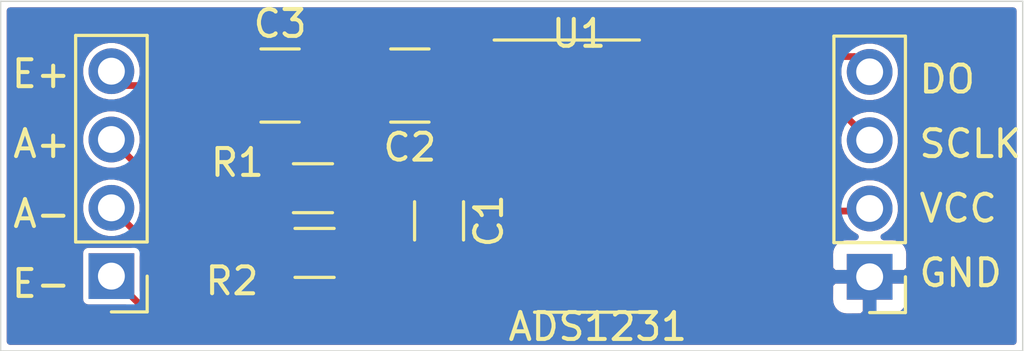
<source format=kicad_pcb>
(kicad_pcb (version 20171130) (host pcbnew "(5.1.9)-1")

  (general
    (thickness 1.6)
    (drawings 12)
    (tracks 59)
    (zones 0)
    (modules 8)
    (nets 13)
  )

  (page A4)
  (layers
    (0 F.Cu signal)
    (31 B.Cu signal)
    (32 B.Adhes user)
    (33 F.Adhes user)
    (34 B.Paste user)
    (35 F.Paste user)
    (36 B.SilkS user)
    (37 F.SilkS user)
    (38 B.Mask user)
    (39 F.Mask user hide)
    (40 Dwgs.User user)
    (41 Cmts.User user hide)
    (42 Eco1.User user hide)
    (43 Eco2.User user hide)
    (44 Edge.Cuts user)
    (45 Margin user)
    (46 B.CrtYd user)
    (47 F.CrtYd user)
    (48 B.Fab user)
    (49 F.Fab user)
  )

  (setup
    (last_trace_width 0.25)
    (trace_clearance 0.2)
    (zone_clearance 0.2)
    (zone_45_only no)
    (trace_min 0.2)
    (via_size 0.8)
    (via_drill 0.4)
    (via_min_size 0.4)
    (via_min_drill 0.3)
    (uvia_size 0.3)
    (uvia_drill 0.1)
    (uvias_allowed no)
    (uvia_min_size 0.2)
    (uvia_min_drill 0.1)
    (edge_width 0.05)
    (segment_width 0.2)
    (pcb_text_width 0.3)
    (pcb_text_size 1.5 1.5)
    (mod_edge_width 0.12)
    (mod_text_size 1 1)
    (mod_text_width 0.15)
    (pad_size 1.524 1.524)
    (pad_drill 0.762)
    (pad_to_mask_clearance 0)
    (aux_axis_origin 0 0)
    (visible_elements 7FFFFFFF)
    (pcbplotparams
      (layerselection 0x21000_ffffffff)
      (usegerberextensions false)
      (usegerberattributes true)
      (usegerberadvancedattributes true)
      (creategerberjobfile true)
      (excludeedgelayer true)
      (linewidth 0.100000)
      (plotframeref false)
      (viasonmask false)
      (mode 1)
      (useauxorigin false)
      (hpglpennumber 1)
      (hpglpenspeed 20)
      (hpglpendiameter 15.000000)
      (psnegative false)
      (psa4output false)
      (plotreference true)
      (plotvalue true)
      (plotinvisibletext false)
      (padsonsilk false)
      (subtractmaskfromsilk false)
      (outputformat 1)
      (mirror false)
      (drillshape 0)
      (scaleselection 1)
      (outputdirectory "fabric/"))
  )

  (net 0 "")
  (net 1 "Net-(C1-Pad2)")
  (net 2 "Net-(C1-Pad1)")
  (net 3 "Net-(C2-Pad1)")
  (net 4 "Net-(C2-Pad2)")
  (net 5 /E+)
  (net 6 GND)
  (net 7 /CLK)
  (net 8 /DO)
  (net 9 /E-)
  (net 10 /A+)
  (net 11 /A-)
  (net 12 "Net-(U1-Pad3)")

  (net_class Default "This is the default net class."
    (clearance 0.2)
    (trace_width 0.25)
    (via_dia 0.8)
    (via_drill 0.4)
    (uvia_dia 0.3)
    (uvia_drill 0.1)
    (add_net /A+)
    (add_net /A-)
    (add_net /CLK)
    (add_net /DO)
    (add_net /E+)
    (add_net /E-)
    (add_net "Net-(C1-Pad1)")
    (add_net "Net-(C1-Pad2)")
    (add_net "Net-(C2-Pad1)")
    (add_net "Net-(C2-Pad2)")
    (add_net "Net-(U1-Pad3)")
  )

  (net_class Alimentation ""
    (clearance 0.2)
    (trace_width 0.25)
    (via_dia 0.8)
    (via_drill 0.4)
    (uvia_dia 0.3)
    (uvia_drill 0.1)
    (add_net GND)
  )

  (module Connector_PinHeader_2.54mm:PinHeader_1x04_P2.54mm_Vertical (layer F.Cu) (tedit 59FED5CC) (tstamp 601DB20C)
    (at 47.117 98.219 180)
    (descr "Through hole straight pin header, 1x04, 2.54mm pitch, single row")
    (tags "Through hole pin header THT 1x04 2.54mm single row")
    (path /601CA642)
    (fp_text reference P1 (at -2.081 0.283) (layer F.SilkS) hide
      (effects (font (size 1 1) (thickness 0.15)))
    )
    (fp_text value " " (at 4.05 4.35) (layer F.SilkS) hide
      (effects (font (size 1 1) (thickness 0.15)))
    )
    (fp_line (start 1.8 -1.8) (end -1.8 -1.8) (layer F.CrtYd) (width 0.05))
    (fp_line (start 1.8 9.4) (end 1.8 -1.8) (layer F.CrtYd) (width 0.05))
    (fp_line (start -1.8 9.4) (end 1.8 9.4) (layer F.CrtYd) (width 0.05))
    (fp_line (start -1.8 -1.8) (end -1.8 9.4) (layer F.CrtYd) (width 0.05))
    (fp_line (start -1.33 -1.33) (end 0 -1.33) (layer F.SilkS) (width 0.12))
    (fp_line (start -1.33 0) (end -1.33 -1.33) (layer F.SilkS) (width 0.12))
    (fp_line (start -1.33 1.27) (end 1.33 1.27) (layer F.SilkS) (width 0.12))
    (fp_line (start 1.33 1.27) (end 1.33 8.95) (layer F.SilkS) (width 0.12))
    (fp_line (start -1.33 1.27) (end -1.33 8.95) (layer F.SilkS) (width 0.12))
    (fp_line (start -1.33 8.95) (end 1.33 8.95) (layer F.SilkS) (width 0.12))
    (fp_line (start -1.27 -0.635) (end -0.635 -1.27) (layer F.Fab) (width 0.1))
    (fp_line (start -1.27 8.89) (end -1.27 -0.635) (layer F.Fab) (width 0.1))
    (fp_line (start 1.27 8.89) (end -1.27 8.89) (layer F.Fab) (width 0.1))
    (fp_line (start 1.27 -1.27) (end 1.27 8.89) (layer F.Fab) (width 0.1))
    (fp_line (start -0.635 -1.27) (end 1.27 -1.27) (layer F.Fab) (width 0.1))
    (fp_text user %R (at -2.483 3.719) (layer F.Fab) hide
      (effects (font (size 1 1) (thickness 0.15)))
    )
    (pad 4 thru_hole oval (at 0 7.62 180) (size 1.7 1.7) (drill 1) (layers *.Cu *.Mask)
      (net 5 /E+))
    (pad 3 thru_hole oval (at 0 5.08 180) (size 1.7 1.7) (drill 1) (layers *.Cu *.Mask)
      (net 10 /A+))
    (pad 2 thru_hole oval (at 0 2.54 180) (size 1.7 1.7) (drill 1) (layers *.Cu *.Mask)
      (net 11 /A-))
    (pad 1 thru_hole rect (at 0 0 180) (size 1.7 1.7) (drill 1) (layers *.Cu *.Mask)
      (net 9 /E-))
    (model ${KISYS3DMOD}/Connector_PinHeader_2.54mm.3dshapes/PinHeader_1x04_P2.54mm_Vertical.wrl
      (at (xyz 0 0 0))
      (scale (xyz 1 1 1))
      (rotate (xyz 0 0 0))
    )
  )

  (module Connector_PinHeader_2.54mm:PinHeader_1x04_P2.54mm_Vertical locked (layer F.Cu) (tedit 59FED5CC) (tstamp 601C67D1)
    (at 75.311 98.244 180)
    (descr "Through hole straight pin header, 1x04, 2.54mm pitch, single row")
    (tags "Through hole pin header THT 1x04 2.54mm single row")
    (path /601C0F0B)
    (fp_text reference J1 (at 2.811 0.044) (layer F.Fab)
      (effects (font (size 1 1) (thickness 0.15)))
    )
    (fp_text value " " (at 4.05 4.35) (layer F.SilkS) hide
      (effects (font (size 1 1) (thickness 0.15)))
    )
    (fp_line (start 1.8 -1.8) (end -1.8 -1.8) (layer F.CrtYd) (width 0.05))
    (fp_line (start 1.8 9.4) (end 1.8 -1.8) (layer F.CrtYd) (width 0.05))
    (fp_line (start -1.8 9.4) (end 1.8 9.4) (layer F.CrtYd) (width 0.05))
    (fp_line (start -1.8 -1.8) (end -1.8 9.4) (layer F.CrtYd) (width 0.05))
    (fp_line (start -1.33 -1.33) (end 0 -1.33) (layer F.SilkS) (width 0.12))
    (fp_line (start -1.33 0) (end -1.33 -1.33) (layer F.SilkS) (width 0.12))
    (fp_line (start -1.33 1.27) (end 1.33 1.27) (layer F.SilkS) (width 0.12))
    (fp_line (start 1.33 1.27) (end 1.33 8.95) (layer F.SilkS) (width 0.12))
    (fp_line (start -1.33 1.27) (end -1.33 8.95) (layer F.SilkS) (width 0.12))
    (fp_line (start -1.33 8.95) (end 1.33 8.95) (layer F.SilkS) (width 0.12))
    (fp_line (start -1.27 -0.635) (end -0.635 -1.27) (layer F.Fab) (width 0.1))
    (fp_line (start -1.27 8.89) (end -1.27 -0.635) (layer F.Fab) (width 0.1))
    (fp_line (start 1.27 8.89) (end -1.27 8.89) (layer F.Fab) (width 0.1))
    (fp_line (start 1.27 -1.27) (end 1.27 8.89) (layer F.Fab) (width 0.1))
    (fp_line (start -0.635 -1.27) (end 1.27 -1.27) (layer F.Fab) (width 0.1))
    (fp_text user %R (at 2.211 8.444) (layer F.Fab)
      (effects (font (size 1 1) (thickness 0.15)))
    )
    (pad 4 thru_hole oval (at 0 7.62 180) (size 1.7 1.7) (drill 1) (layers *.Cu *.Mask)
      (net 8 /DO))
    (pad 3 thru_hole oval (at 0 5.08 180) (size 1.7 1.7) (drill 1) (layers *.Cu *.Mask)
      (net 7 /CLK))
    (pad 2 thru_hole oval (at 0 2.54 180) (size 1.7 1.7) (drill 1) (layers *.Cu *.Mask)
      (net 5 /E+))
    (pad 1 thru_hole rect (at 0 0 180) (size 1.7 1.7) (drill 1) (layers *.Cu *.Mask)
      (net 6 GND))
    (model ${KISYS3DMOD}/Connector_PinHeader_2.54mm.3dshapes/PinHeader_1x04_P2.54mm_Vertical.wrl
      (at (xyz 0 0 0))
      (scale (xyz 1 1 1))
      (rotate (xyz 0 0 0))
    )
  )

  (module Package_SO:SO-16_3.9x9.9mm_P1.27mm (layer F.Cu) (tedit 5E888720) (tstamp 602113F2)
    (at 64.8 94.5)
    (descr "SO, 16 Pin (https://www.nxp.com/docs/en/package-information/SOT109-1.pdf), generated with kicad-footprint-generator ipc_gullwing_generator.py")
    (tags "SO SO")
    (path /601C0034)
    (attr smd)
    (fp_text reference U1 (at -0.3 -5.3) (layer F.SilkS)
      (effects (font (size 1 1) (thickness 0.15)))
    )
    (fp_text value ADS1231 (at 0.4 5.6 180) (layer F.SilkS)
      (effects (font (size 1 1) (thickness 0.15)))
    )
    (fp_line (start 0 5.06) (end 1.95 5.06) (layer F.SilkS) (width 0.12))
    (fp_line (start 0 5.06) (end -1.95 5.06) (layer F.SilkS) (width 0.12))
    (fp_line (start 0 -5.06) (end 1.95 -5.06) (layer F.SilkS) (width 0.12))
    (fp_line (start 0 -5.06) (end -3.45 -5.06) (layer F.SilkS) (width 0.12))
    (fp_line (start -0.975 -4.95) (end 1.95 -4.95) (layer F.Fab) (width 0.1))
    (fp_line (start 1.95 -4.95) (end 1.95 4.95) (layer F.Fab) (width 0.1))
    (fp_line (start 1.95 4.95) (end -1.95 4.95) (layer F.Fab) (width 0.1))
    (fp_line (start -1.95 4.95) (end -1.95 -3.975) (layer F.Fab) (width 0.1))
    (fp_line (start -1.95 -3.975) (end -0.975 -4.95) (layer F.Fab) (width 0.1))
    (fp_line (start -3.7 -5.2) (end -3.7 5.2) (layer F.CrtYd) (width 0.05))
    (fp_line (start -3.7 5.2) (end 3.7 5.2) (layer F.CrtYd) (width 0.05))
    (fp_line (start 3.7 5.2) (end 3.7 -5.2) (layer F.CrtYd) (width 0.05))
    (fp_line (start 3.7 -5.2) (end -3.7 -5.2) (layer F.CrtYd) (width 0.05))
    (fp_text user %R (at 0 -0.025) (layer F.Fab)
      (effects (font (size 0.98 0.98) (thickness 0.15)))
    )
    (pad 1 smd roundrect (at -2.575 -4.445) (size 1.75 0.6) (layers F.Cu F.Paste F.Mask) (roundrect_rratio 0.25)
      (net 5 /E+))
    (pad 2 smd roundrect (at -2.575 -3.175) (size 1.75 0.6) (layers F.Cu F.Paste F.Mask) (roundrect_rratio 0.25)
      (net 6 GND))
    (pad 3 smd roundrect (at -2.575 -1.905) (size 1.75 0.6) (layers F.Cu F.Paste F.Mask) (roundrect_rratio 0.25)
      (net 12 "Net-(U1-Pad3)"))
    (pad 4 smd roundrect (at -2.575 -0.635) (size 1.75 0.6) (layers F.Cu F.Paste F.Mask) (roundrect_rratio 0.25)
      (net 6 GND))
    (pad 5 smd roundrect (at -2.575 0.635) (size 1.75 0.6) (layers F.Cu F.Paste F.Mask) (roundrect_rratio 0.25)
      (net 3 "Net-(C2-Pad1)"))
    (pad 6 smd roundrect (at -2.575 1.905) (size 1.75 0.6) (layers F.Cu F.Paste F.Mask) (roundrect_rratio 0.25)
      (net 4 "Net-(C2-Pad2)"))
    (pad 7 smd roundrect (at -2.575 3.175) (size 1.75 0.6) (layers F.Cu F.Paste F.Mask) (roundrect_rratio 0.25)
      (net 2 "Net-(C1-Pad1)"))
    (pad 8 smd roundrect (at -2.575 4.445) (size 1.75 0.6) (layers F.Cu F.Paste F.Mask) (roundrect_rratio 0.25)
      (net 1 "Net-(C1-Pad2)"))
    (pad 9 smd roundrect (at 2.575 4.445) (size 1.75 0.6) (layers F.Cu F.Paste F.Mask) (roundrect_rratio 0.25)
      (net 9 /E-))
    (pad 10 smd roundrect (at 2.575 3.175) (size 1.75 0.6) (layers F.Cu F.Paste F.Mask) (roundrect_rratio 0.25)
      (net 5 /E+))
    (pad 11 smd roundrect (at 2.575 1.905) (size 1.75 0.6) (layers F.Cu F.Paste F.Mask) (roundrect_rratio 0.25)
      (net 6 GND))
    (pad 12 smd roundrect (at 2.575 0.635) (size 1.75 0.6) (layers F.Cu F.Paste F.Mask) (roundrect_rratio 0.25)
      (net 9 /E-))
    (pad 13 smd roundrect (at 2.575 -0.635) (size 1.75 0.6) (layers F.Cu F.Paste F.Mask) (roundrect_rratio 0.25)
      (net 5 /E+))
    (pad 14 smd roundrect (at 2.575 -1.905) (size 1.75 0.6) (layers F.Cu F.Paste F.Mask) (roundrect_rratio 0.25)
      (net 5 /E+))
    (pad 15 smd roundrect (at 2.575 -3.175) (size 1.75 0.6) (layers F.Cu F.Paste F.Mask) (roundrect_rratio 0.25)
      (net 7 /CLK))
    (pad 16 smd roundrect (at 2.575 -4.445) (size 1.75 0.6) (layers F.Cu F.Paste F.Mask) (roundrect_rratio 0.25)
      (net 8 /DO))
    (model ${KISYS3DMOD}/Package_SO.3dshapes/SOIC-16_3.9x9.9mm_P1.27mm.wrl
      (at (xyz 0 0 0))
      (scale (xyz 1 1 1))
      (rotate (xyz 0 0 0))
    )
  )

  (module Capacitor_SMD:C_1210_3225Metric (layer F.Cu) (tedit 5F68FEEE) (tstamp 601DB13D)
    (at 58.215 91.132 180)
    (descr "Capacitor SMD 1210 (3225 Metric), square (rectangular) end terminal, IPC_7351 nominal, (Body size source: IPC-SM-782 page 76, https://www.pcb-3d.com/wordpress/wp-content/uploads/ipc-sm-782a_amendment_1_and_2.pdf), generated with kicad-footprint-generator")
    (tags capacitor)
    (path /601C89B4)
    (attr smd)
    (fp_text reference C2 (at 0 -2.3) (layer F.SilkS)
      (effects (font (size 1 1) (thickness 0.15)))
    )
    (fp_text value 0.1u (at 0 2.3) (layer F.Fab)
      (effects (font (size 1 1) (thickness 0.15)))
    )
    (fp_line (start -1.6 1.25) (end -1.6 -1.25) (layer F.Fab) (width 0.1))
    (fp_line (start -1.6 -1.25) (end 1.6 -1.25) (layer F.Fab) (width 0.1))
    (fp_line (start 1.6 -1.25) (end 1.6 1.25) (layer F.Fab) (width 0.1))
    (fp_line (start 1.6 1.25) (end -1.6 1.25) (layer F.Fab) (width 0.1))
    (fp_line (start -0.711252 -1.36) (end 0.711252 -1.36) (layer F.SilkS) (width 0.12))
    (fp_line (start -0.711252 1.36) (end 0.711252 1.36) (layer F.SilkS) (width 0.12))
    (fp_line (start -2.3 1.6) (end -2.3 -1.6) (layer F.CrtYd) (width 0.05))
    (fp_line (start -2.3 -1.6) (end 2.3 -1.6) (layer F.CrtYd) (width 0.05))
    (fp_line (start 2.3 -1.6) (end 2.3 1.6) (layer F.CrtYd) (width 0.05))
    (fp_line (start 2.3 1.6) (end -2.3 1.6) (layer F.CrtYd) (width 0.05))
    (fp_text user %R (at 0 0) (layer F.Fab)
      (effects (font (size 0.8 0.8) (thickness 0.12)))
    )
    (pad 2 smd roundrect (at 1.475 0 180) (size 1.15 2.7) (layers F.Cu F.Paste F.Mask) (roundrect_rratio 0.2173904347826087)
      (net 4 "Net-(C2-Pad2)"))
    (pad 1 smd roundrect (at -1.475 0 180) (size 1.15 2.7) (layers F.Cu F.Paste F.Mask) (roundrect_rratio 0.2173904347826087)
      (net 3 "Net-(C2-Pad1)"))
    (model ${KISYS3DMOD}/Capacitor_SMD.3dshapes/C_1210_3225Metric.wrl
      (at (xyz 0 0 0))
      (scale (xyz 1 1 1))
      (rotate (xyz 0 0 0))
    )
  )

  (module Capacitor_SMD:C_1206_3216Metric (layer F.Cu) (tedit 5F68FEEE) (tstamp 601C6790)
    (at 59.3 96.163 270)
    (descr "Capacitor SMD 1206 (3216 Metric), square (rectangular) end terminal, IPC_7351 nominal, (Body size source: IPC-SM-782 page 76, https://www.pcb-3d.com/wordpress/wp-content/uploads/ipc-sm-782a_amendment_1_and_2.pdf), generated with kicad-footprint-generator")
    (tags capacitor)
    (path /601D33F5)
    (attr smd)
    (fp_text reference C1 (at 0 -1.85 90) (layer F.SilkS)
      (effects (font (size 1 1) (thickness 0.15)))
    )
    (fp_text value 0.1u (at 3.137 0.2 180) (layer F.Fab)
      (effects (font (size 1 1) (thickness 0.15)))
    )
    (fp_line (start -1.6 0.8) (end -1.6 -0.8) (layer F.Fab) (width 0.1))
    (fp_line (start -1.6 -0.8) (end 1.6 -0.8) (layer F.Fab) (width 0.1))
    (fp_line (start 1.6 -0.8) (end 1.6 0.8) (layer F.Fab) (width 0.1))
    (fp_line (start 1.6 0.8) (end -1.6 0.8) (layer F.Fab) (width 0.1))
    (fp_line (start -0.711252 -0.91) (end 0.711252 -0.91) (layer F.SilkS) (width 0.12))
    (fp_line (start -0.711252 0.91) (end 0.711252 0.91) (layer F.SilkS) (width 0.12))
    (fp_line (start -2.3 1.15) (end -2.3 -1.15) (layer F.CrtYd) (width 0.05))
    (fp_line (start -2.3 -1.15) (end 2.3 -1.15) (layer F.CrtYd) (width 0.05))
    (fp_line (start 2.3 -1.15) (end 2.3 1.15) (layer F.CrtYd) (width 0.05))
    (fp_line (start 2.3 1.15) (end -2.3 1.15) (layer F.CrtYd) (width 0.05))
    (fp_text user %R (at -0.05 0.05 90) (layer F.Fab)
      (effects (font (size 0.8 0.8) (thickness 0.12)))
    )
    (pad 2 smd roundrect (at 1.475 0 270) (size 1.15 1.8) (layers F.Cu F.Paste F.Mask) (roundrect_rratio 0.2173904347826087)
      (net 1 "Net-(C1-Pad2)"))
    (pad 1 smd roundrect (at -1.475 0 270) (size 1.15 1.8) (layers F.Cu F.Paste F.Mask) (roundrect_rratio 0.2173904347826087)
      (net 2 "Net-(C1-Pad1)"))
    (model ${KISYS3DMOD}/Capacitor_SMD.3dshapes/C_1206_3216Metric.wrl
      (at (xyz 0 0 0))
      (scale (xyz 1 1 1))
      (rotate (xyz 0 0 0))
    )
  )

  (module Resistor_SMD:R_1206_3216Metric (layer F.Cu) (tedit 5F68FEEE) (tstamp 601C6808)
    (at 54.6115 94.95 180)
    (descr "Resistor SMD 1206 (3216 Metric), square (rectangular) end terminal, IPC_7351 nominal, (Body size source: IPC-SM-782 page 72, https://www.pcb-3d.com/wordpress/wp-content/uploads/ipc-sm-782a_amendment_1_and_2.pdf), generated with kicad-footprint-generator")
    (tags resistor)
    (path /601C2210)
    (attr smd)
    (fp_text reference R1 (at 2.8115 0.95) (layer F.SilkS)
      (effects (font (size 1 1) (thickness 0.15)))
    )
    (fp_text value 100 (at 1.4115 1.45) (layer F.Fab)
      (effects (font (size 1 1) (thickness 0.15)))
    )
    (fp_line (start 2.28 1.12) (end -2.28 1.12) (layer F.CrtYd) (width 0.05))
    (fp_line (start 2.28 -1.12) (end 2.28 1.12) (layer F.CrtYd) (width 0.05))
    (fp_line (start -2.28 -1.12) (end 2.28 -1.12) (layer F.CrtYd) (width 0.05))
    (fp_line (start -2.28 1.12) (end -2.28 -1.12) (layer F.CrtYd) (width 0.05))
    (fp_line (start -0.727064 0.91) (end 0.727064 0.91) (layer F.SilkS) (width 0.12))
    (fp_line (start -0.727064 -0.91) (end 0.727064 -0.91) (layer F.SilkS) (width 0.12))
    (fp_line (start 1.6 0.8) (end -1.6 0.8) (layer F.Fab) (width 0.1))
    (fp_line (start 1.6 -0.8) (end 1.6 0.8) (layer F.Fab) (width 0.1))
    (fp_line (start -1.6 -0.8) (end 1.6 -0.8) (layer F.Fab) (width 0.1))
    (fp_line (start -1.6 0.8) (end -1.6 -0.8) (layer F.Fab) (width 0.1))
    (fp_text user %R (at 0 0) (layer F.Fab)
      (effects (font (size 0.8 0.8) (thickness 0.12)))
    )
    (pad 1 smd roundrect (at -1.4625 0 180) (size 1.125 1.75) (layers F.Cu F.Paste F.Mask) (roundrect_rratio 0.2222204444444444)
      (net 2 "Net-(C1-Pad1)"))
    (pad 2 smd roundrect (at 1.4625 0 180) (size 1.125 1.75) (layers F.Cu F.Paste F.Mask) (roundrect_rratio 0.2222204444444444)
      (net 10 /A+))
    (model ${KISYS3DMOD}/Resistor_SMD.3dshapes/R_1206_3216Metric.wrl
      (at (xyz 0 0 0))
      (scale (xyz 1 1 1))
      (rotate (xyz 0 0 0))
    )
  )

  (module Resistor_SMD:R_1206_3216Metric (layer F.Cu) (tedit 5F68FEEE) (tstamp 601C6819)
    (at 54.6715 97.355 180)
    (descr "Resistor SMD 1206 (3216 Metric), square (rectangular) end terminal, IPC_7351 nominal, (Body size source: IPC-SM-782 page 72, https://www.pcb-3d.com/wordpress/wp-content/uploads/ipc-sm-782a_amendment_1_and_2.pdf), generated with kicad-footprint-generator")
    (tags resistor)
    (path /601D1ECF)
    (attr smd)
    (fp_text reference R2 (at 3.0715 -1.045) (layer F.SilkS)
      (effects (font (size 1 1) (thickness 0.15)))
    )
    (fp_text value 100 (at 1.3715 -1.845) (layer F.Fab)
      (effects (font (size 1 1) (thickness 0.15)))
    )
    (fp_line (start -1.6 0.8) (end -1.6 -0.8) (layer F.Fab) (width 0.1))
    (fp_line (start -1.6 -0.8) (end 1.6 -0.8) (layer F.Fab) (width 0.1))
    (fp_line (start 1.6 -0.8) (end 1.6 0.8) (layer F.Fab) (width 0.1))
    (fp_line (start 1.6 0.8) (end -1.6 0.8) (layer F.Fab) (width 0.1))
    (fp_line (start -0.727064 -0.91) (end 0.727064 -0.91) (layer F.SilkS) (width 0.12))
    (fp_line (start -0.727064 0.91) (end 0.727064 0.91) (layer F.SilkS) (width 0.12))
    (fp_line (start -2.28 1.12) (end -2.28 -1.12) (layer F.CrtYd) (width 0.05))
    (fp_line (start -2.28 -1.12) (end 2.28 -1.12) (layer F.CrtYd) (width 0.05))
    (fp_line (start 2.28 -1.12) (end 2.28 1.12) (layer F.CrtYd) (width 0.05))
    (fp_line (start 2.28 1.12) (end -2.28 1.12) (layer F.CrtYd) (width 0.05))
    (fp_text user %R (at 0 0) (layer F.Fab)
      (effects (font (size 0.8 0.8) (thickness 0.12)))
    )
    (pad 2 smd roundrect (at 1.4625 0 180) (size 1.125 1.75) (layers F.Cu F.Paste F.Mask) (roundrect_rratio 0.2222204444444444)
      (net 11 /A-))
    (pad 1 smd roundrect (at -1.4625 0 180) (size 1.125 1.75) (layers F.Cu F.Paste F.Mask) (roundrect_rratio 0.2222204444444444)
      (net 1 "Net-(C1-Pad2)"))
    (model ${KISYS3DMOD}/Resistor_SMD.3dshapes/R_1206_3216Metric.wrl
      (at (xyz 0 0 0))
      (scale (xyz 1 1 1))
      (rotate (xyz 0 0 0))
    )
  )

  (module Capacitor_SMD:C_1210_3225Metric (layer F.Cu) (tedit 5F68FEEE) (tstamp 601DB14D)
    (at 53.389 91.132)
    (descr "Capacitor SMD 1210 (3225 Metric), square (rectangular) end terminal, IPC_7351 nominal, (Body size source: IPC-SM-782 page 76, https://www.pcb-3d.com/wordpress/wp-content/uploads/ipc-sm-782a_amendment_1_and_2.pdf), generated with kicad-footprint-generator")
    (tags capacitor)
    (path /601CCF04)
    (attr smd)
    (fp_text reference C3 (at 0 -2.3) (layer F.SilkS)
      (effects (font (size 1 1) (thickness 0.15)))
    )
    (fp_text value 100n (at 0.111 -2.332 180) (layer F.Fab)
      (effects (font (size 1 1) (thickness 0.15)))
    )
    (fp_line (start 2.3 1.6) (end -2.3 1.6) (layer F.CrtYd) (width 0.05))
    (fp_line (start 2.3 -1.6) (end 2.3 1.6) (layer F.CrtYd) (width 0.05))
    (fp_line (start -2.3 -1.6) (end 2.3 -1.6) (layer F.CrtYd) (width 0.05))
    (fp_line (start -2.3 1.6) (end -2.3 -1.6) (layer F.CrtYd) (width 0.05))
    (fp_line (start -0.711252 1.36) (end 0.711252 1.36) (layer F.SilkS) (width 0.12))
    (fp_line (start -0.711252 -1.36) (end 0.711252 -1.36) (layer F.SilkS) (width 0.12))
    (fp_line (start 1.6 1.25) (end -1.6 1.25) (layer F.Fab) (width 0.1))
    (fp_line (start 1.6 -1.25) (end 1.6 1.25) (layer F.Fab) (width 0.1))
    (fp_line (start -1.6 -1.25) (end 1.6 -1.25) (layer F.Fab) (width 0.1))
    (fp_line (start -1.6 1.25) (end -1.6 -1.25) (layer F.Fab) (width 0.1))
    (fp_text user %R (at 0 0 270) (layer F.Fab)
      (effects (font (size 0.8 0.8) (thickness 0.12)))
    )
    (pad 1 smd roundrect (at -1.475 0) (size 1.15 2.7) (layers F.Cu F.Paste F.Mask) (roundrect_rratio 0.2173904347826087)
      (net 5 /E+))
    (pad 2 smd roundrect (at 1.475 0) (size 1.15 2.7) (layers F.Cu F.Paste F.Mask) (roundrect_rratio 0.2173904347826087)
      (net 6 GND))
    (model ${KISYS3DMOD}/Capacitor_SMD.3dshapes/C_1210_3225Metric.wrl
      (at (xyz 0 0 0))
      (scale (xyz 1 1 1))
      (rotate (xyz 0 0 0))
    )
  )

  (gr_text GND (at 78.695238 98.1) (layer F.SilkS) (tstamp 6022B7AF)
    (effects (font (size 1 1) (thickness 0.15)))
  )
  (gr_text VCC (at 78.6 95.7) (layer F.SilkS) (tstamp 6022B7AD)
    (effects (font (size 1 1) (thickness 0.15)))
  )
  (gr_text SCLK (at 79.052381 93.3) (layer F.SilkS) (tstamp 6022B7AB)
    (effects (font (size 1 1) (thickness 0.15)))
  )
  (gr_text DO (at 78.195238 90.9) (layer F.SilkS) (tstamp 6022B7A9)
    (effects (font (size 1 1) (thickness 0.15)))
  )
  (gr_text E- (at 44.5 98.5) (layer F.SilkS) (tstamp 6022B7A0)
    (effects (font (size 1 1) (thickness 0.15)))
  )
  (gr_text A- (at 44.52381 95.9) (layer F.SilkS) (tstamp 6022B79D)
    (effects (font (size 1 1) (thickness 0.15)))
  )
  (gr_text A+ (at 44.52381 93.3) (layer F.SilkS) (tstamp 6022B79B)
    (effects (font (size 1 1) (thickness 0.15)))
  )
  (gr_text E+ (at 44.5 90.7) (layer F.SilkS)
    (effects (font (size 1 1) (thickness 0.15)))
  )
  (gr_line (start 81 88) (end 43 88) (layer Edge.Cuts) (width 0.05) (tstamp 60225444))
  (gr_line (start 81 101) (end 81 88) (layer Edge.Cuts) (width 0.05) (tstamp 6022AA98))
  (gr_line (start 43 101) (end 81 101) (layer Edge.Cuts) (width 0.05))
  (gr_line (start 43 88) (end 43 101) (layer Edge.Cuts) (width 0.05))

  (segment (start 60.607 98.945) (end 59.3 97.638) (width 0.25) (layer F.Cu) (net 1))
  (segment (start 62.225 98.945) (end 60.607 98.945) (width 0.25) (layer F.Cu) (net 1))
  (segment (start 56.417 97.638) (end 56.134 97.355) (width 0.25) (layer F.Cu) (net 1))
  (segment (start 59.3 97.638) (end 56.417 97.638) (width 0.25) (layer F.Cu) (net 1))
  (segment (start 59.3 95.84981) (end 59.3 94.688) (width 0.25) (layer F.Cu) (net 2))
  (segment (start 61.12519 97.675) (end 59.3 95.84981) (width 0.25) (layer F.Cu) (net 2))
  (segment (start 62.225 97.675) (end 61.12519 97.675) (width 0.25) (layer F.Cu) (net 2))
  (segment (start 56.336 94.688) (end 56.074 94.95) (width 0.25) (layer F.Cu) (net 2))
  (segment (start 59.3 94.688) (end 56.336 94.688) (width 0.25) (layer F.Cu) (net 2))
  (segment (start 62.225 95.135) (end 61.35 95.135) (width 0.25) (layer F.Cu) (net 3))
  (segment (start 61.35 95.135) (end 60.975021 94.760021) (width 0.25) (layer F.Cu) (net 3))
  (segment (start 60.975021 94.760021) (end 60.975021 92.417021) (width 0.25) (layer F.Cu) (net 3))
  (segment (start 60.975021 92.417021) (end 59.69 91.132) (width 0.25) (layer F.Cu) (net 3))
  (segment (start 59.2072 92.80701) (end 58.41501 92.80701) (width 0.25) (layer F.Cu) (net 4))
  (segment (start 58.41501 92.80701) (end 56.74 91.132) (width 0.25) (layer F.Cu) (net 4))
  (segment (start 60.52501 94.12482) (end 59.2072 92.80701) (width 0.25) (layer F.Cu) (net 4))
  (segment (start 62.225 96.405) (end 61.35 96.405) (width 0.25) (layer F.Cu) (net 4))
  (segment (start 61.35 96.405) (end 60.52501 95.58001) (width 0.25) (layer F.Cu) (net 4))
  (segment (start 60.52501 95.58001) (end 60.52501 94.12482) (width 0.25) (layer F.Cu) (net 4))
  (segment (start 47.65 91.132) (end 47.117 90.599) (width 0.25) (layer F.Cu) (net 5))
  (segment (start 51.914 91.132) (end 47.65 91.132) (width 0.25) (layer F.Cu) (net 5))
  (segment (start 67.375 92.595) (end 67.375 93.865) (width 0.25) (layer F.Cu) (net 5))
  (segment (start 51.914 91.132) (end 53.946 89.1) (width 0.25) (layer F.Cu) (net 5))
  (segment (start 61.27 89.1) (end 61.935 89.765) (width 0.25) (layer F.Cu) (net 5))
  (segment (start 53.946 89.1) (end 61.27 89.1) (width 0.25) (layer F.Cu) (net 5))
  (segment (start 62.225 90.055) (end 61.935 89.765) (width 0.25) (layer F.Cu) (net 5))
  (segment (start 62.225 90.055) (end 63.455 90.055) (width 0.25) (layer F.Cu) (net 5))
  (segment (start 65.995 92.595) (end 66.495 92.595) (width 0.25) (layer F.Cu) (net 5))
  (segment (start 63.455 90.055) (end 65.995 92.595) (width 0.25) (layer F.Cu) (net 5))
  (segment (start 67.375 92.595) (end 66.495 92.595) (width 0.25) (layer F.Cu) (net 5))
  (segment (start 67.375 97.675) (end 68.725 97.675) (width 0.25) (layer F.Cu) (net 5))
  (segment (start 68.725 97.675) (end 69.1 97.3) (width 0.25) (layer F.Cu) (net 5))
  (segment (start 75.215 95.8) (end 75.311 95.704) (width 0.25) (layer F.Cu) (net 5))
  (segment (start 69.1 95.8) (end 75.215 95.8) (width 0.25) (layer F.Cu) (net 5))
  (segment (start 69.1 97.3) (end 69.1 95.8) (width 0.25) (layer F.Cu) (net 5))
  (segment (start 67.375 93.865) (end 68.565 93.865) (width 0.25) (layer F.Cu) (net 5))
  (segment (start 69.1 94.4) (end 69.1 94.9) (width 0.25) (layer F.Cu) (net 5))
  (segment (start 68.565 93.865) (end 69.1 94.4) (width 0.25) (layer F.Cu) (net 5))
  (segment (start 69.1 95.8) (end 69.1 94.9) (width 0.25) (layer F.Cu) (net 5))
  (segment (start 71.059 91.325) (end 67.375 91.325) (width 0.25) (layer F.Cu) (net 7))
  (segment (start 73.472 91.325) (end 75.311 93.164) (width 0.25) (layer F.Cu) (net 7))
  (segment (start 67.375 91.325) (end 73.472 91.325) (width 0.25) (layer F.Cu) (net 7))
  (segment (start 74.742 90.055) (end 75.311 90.624) (width 0.25) (layer F.Cu) (net 8))
  (segment (start 67.375 90.055) (end 74.742 90.055) (width 0.25) (layer F.Cu) (net 8))
  (segment (start 48.46801 99.57001) (end 47.117 98.219) (width 0.25) (layer F.Cu) (net 9))
  (segment (start 67.375 98.945) (end 67.245 98.945) (width 0.25) (layer F.Cu) (net 9))
  (segment (start 67.375 98.945) (end 65.845 98.945) (width 0.25) (layer F.Cu) (net 9))
  (segment (start 65.845 98.945) (end 65.3 98.4) (width 0.25) (layer F.Cu) (net 9))
  (segment (start 65.865 95.135) (end 67.375 95.135) (width 0.25) (layer F.Cu) (net 9))
  (segment (start 65.3 95.7) (end 65.865 95.135) (width 0.25) (layer F.Cu) (net 9))
  (segment (start 64.02999 99.57001) (end 65.3 98.3) (width 0.25) (layer F.Cu) (net 9))
  (segment (start 63.42999 99.57001) (end 64.02999 99.57001) (width 0.25) (layer F.Cu) (net 9))
  (segment (start 65.3 98.3) (end 65.3 95.7) (width 0.25) (layer F.Cu) (net 9))
  (segment (start 65.3 98.4) (end 65.3 98.3) (width 0.25) (layer F.Cu) (net 9))
  (segment (start 63.42999 99.57001) (end 48.46801 99.57001) (width 0.25) (layer F.Cu) (net 9))
  (segment (start 48.928 94.95) (end 47.117 93.139) (width 0.25) (layer F.Cu) (net 10))
  (segment (start 53.149 94.95) (end 48.928 94.95) (width 0.25) (layer F.Cu) (net 10))
  (segment (start 48.793 97.355) (end 47.117 95.679) (width 0.25) (layer F.Cu) (net 11))
  (segment (start 53.209 97.355) (end 48.793 97.355) (width 0.25) (layer F.Cu) (net 11))

  (zone (net 6) (net_name GND) (layer F.Cu) (tstamp 6022C12B) (hatch edge 0.508)
    (connect_pads (clearance 0.2))
    (min_thickness 0.254)
    (fill yes (arc_segments 32) (thermal_gap 0.508) (thermal_bridge_width 0.508))
    (polygon
      (pts
        (xy 81 101) (xy 43 101) (xy 43 88) (xy 81 88)
      )
    )
    (filled_polygon
      (pts
        (xy 80.648 100.648) (xy 43.352 100.648) (xy 43.352 97.369) (xy 45.938418 97.369) (xy 45.938418 99.069)
        (xy 45.944732 99.133103) (xy 45.96343 99.194743) (xy 45.993794 99.25155) (xy 46.034657 99.301343) (xy 46.08445 99.342206)
        (xy 46.141257 99.37257) (xy 46.202897 99.391268) (xy 46.267 99.397582) (xy 47.656358 99.397582) (xy 48.132691 99.873915)
        (xy 48.146851 99.891169) (xy 48.215677 99.947653) (xy 48.2942 99.989624) (xy 48.379402 100.01547) (xy 48.46801 100.024197)
        (xy 48.490215 100.02201) (xy 64.007785 100.02201) (xy 64.02999 100.024197) (xy 64.052195 100.02201) (xy 64.118597 100.01547)
        (xy 64.2038 99.989624) (xy 64.282323 99.947653) (xy 64.351149 99.891169) (xy 64.365313 99.87391) (xy 65.25 98.989224)
        (xy 65.509685 99.24891) (xy 65.523841 99.266159) (xy 65.592667 99.322643) (xy 65.67119 99.364614) (xy 65.736562 99.384444)
        (xy 65.756392 99.39046) (xy 65.844999 99.399187) (xy 65.867204 99.397) (xy 66.281711 99.397) (xy 66.311591 99.433409)
        (xy 66.384114 99.492926) (xy 66.466855 99.537152) (xy 66.556633 99.564386) (xy 66.65 99.573582) (xy 68.1 99.573582)
        (xy 68.193367 99.564386) (xy 68.283145 99.537152) (xy 68.365886 99.492926) (xy 68.438409 99.433409) (xy 68.497926 99.360886)
        (xy 68.542152 99.278145) (xy 68.569386 99.188367) (xy 68.578582 99.095) (xy 68.578582 99.094) (xy 73.822928 99.094)
        (xy 73.835188 99.218482) (xy 73.871498 99.33818) (xy 73.930463 99.448494) (xy 74.009815 99.545185) (xy 74.106506 99.624537)
        (xy 74.21682 99.683502) (xy 74.336518 99.719812) (xy 74.461 99.732072) (xy 75.02525 99.729) (xy 75.184 99.57025)
        (xy 75.184 98.371) (xy 75.438 98.371) (xy 75.438 99.57025) (xy 75.59675 99.729) (xy 76.161 99.732072)
        (xy 76.285482 99.719812) (xy 76.40518 99.683502) (xy 76.515494 99.624537) (xy 76.612185 99.545185) (xy 76.691537 99.448494)
        (xy 76.750502 99.33818) (xy 76.786812 99.218482) (xy 76.799072 99.094) (xy 76.796 98.52975) (xy 76.63725 98.371)
        (xy 75.438 98.371) (xy 75.184 98.371) (xy 73.98475 98.371) (xy 73.826 98.52975) (xy 73.822928 99.094)
        (xy 68.578582 99.094) (xy 68.578582 98.795) (xy 68.569386 98.701633) (xy 68.542152 98.611855) (xy 68.497926 98.529114)
        (xy 68.438409 98.456591) (xy 68.365886 98.397074) (xy 68.283145 98.352848) (xy 68.193367 98.325614) (xy 68.1 98.316418)
        (xy 66.65 98.316418) (xy 66.556633 98.325614) (xy 66.466855 98.352848) (xy 66.384114 98.397074) (xy 66.311591 98.456591)
        (xy 66.281711 98.493) (xy 66.032224 98.493) (xy 65.752 98.212776) (xy 65.752 95.887223) (xy 66.052224 95.587)
        (xy 66.13023 95.587) (xy 66.048815 95.653815) (xy 65.969463 95.750506) (xy 65.910498 95.86082) (xy 65.874188 95.980518)
        (xy 65.861928 96.105) (xy 65.865 96.11925) (xy 66.02375 96.278) (xy 67.248 96.278) (xy 67.248 96.258)
        (xy 67.502 96.258) (xy 67.502 96.278) (xy 67.522 96.278) (xy 67.522 96.532) (xy 67.502 96.532)
        (xy 67.502 96.552) (xy 67.248 96.552) (xy 67.248 96.532) (xy 66.02375 96.532) (xy 65.865 96.69075)
        (xy 65.861928 96.705) (xy 65.874188 96.829482) (xy 65.910498 96.94918) (xy 65.969463 97.059494) (xy 66.048815 97.156185)
        (xy 66.145506 97.235537) (xy 66.238194 97.285081) (xy 66.207848 97.341855) (xy 66.180614 97.431633) (xy 66.171418 97.525)
        (xy 66.171418 97.825) (xy 66.180614 97.918367) (xy 66.207848 98.008145) (xy 66.252074 98.090886) (xy 66.311591 98.163409)
        (xy 66.384114 98.222926) (xy 66.466855 98.267152) (xy 66.556633 98.294386) (xy 66.65 98.303582) (xy 68.1 98.303582)
        (xy 68.193367 98.294386) (xy 68.283145 98.267152) (xy 68.365886 98.222926) (xy 68.438409 98.163409) (xy 68.468289 98.127)
        (xy 68.702795 98.127) (xy 68.725 98.129187) (xy 68.747205 98.127) (xy 68.813607 98.12046) (xy 68.89881 98.094614)
        (xy 68.977333 98.052643) (xy 69.046159 97.996159) (xy 69.060323 97.9789) (xy 69.403911 97.635314) (xy 69.421159 97.621159)
        (xy 69.477643 97.552333) (xy 69.519614 97.47381) (xy 69.535128 97.422667) (xy 69.54546 97.388608) (xy 69.554187 97.300001)
        (xy 69.552 97.277796) (xy 69.552 96.252) (xy 74.264013 96.252) (xy 74.267956 96.261519) (xy 74.396764 96.454294)
        (xy 74.560706 96.618236) (xy 74.753481 96.747044) (xy 74.77911 96.75766) (xy 74.461 96.755928) (xy 74.336518 96.768188)
        (xy 74.21682 96.804498) (xy 74.106506 96.863463) (xy 74.009815 96.942815) (xy 73.930463 97.039506) (xy 73.871498 97.14982)
        (xy 73.835188 97.269518) (xy 73.822928 97.394) (xy 73.826 97.95825) (xy 73.98475 98.117) (xy 75.184 98.117)
        (xy 75.184 98.097) (xy 75.438 98.097) (xy 75.438 98.117) (xy 76.63725 98.117) (xy 76.796 97.95825)
        (xy 76.799072 97.394) (xy 76.786812 97.269518) (xy 76.750502 97.14982) (xy 76.691537 97.039506) (xy 76.612185 96.942815)
        (xy 76.515494 96.863463) (xy 76.40518 96.804498) (xy 76.285482 96.768188) (xy 76.161 96.755928) (xy 75.84289 96.75766)
        (xy 75.868519 96.747044) (xy 76.061294 96.618236) (xy 76.225236 96.454294) (xy 76.354044 96.261519) (xy 76.442769 96.047318)
        (xy 76.488 95.819924) (xy 76.488 95.588076) (xy 76.442769 95.360682) (xy 76.354044 95.146481) (xy 76.225236 94.953706)
        (xy 76.061294 94.789764) (xy 75.868519 94.660956) (xy 75.654318 94.572231) (xy 75.426924 94.527) (xy 75.195076 94.527)
        (xy 74.967682 94.572231) (xy 74.753481 94.660956) (xy 74.560706 94.789764) (xy 74.396764 94.953706) (xy 74.267956 95.146481)
        (xy 74.184484 95.348) (xy 69.552 95.348) (xy 69.552 94.422204) (xy 69.554187 94.399999) (xy 69.54546 94.311392)
        (xy 69.532414 94.268386) (xy 69.519614 94.22619) (xy 69.477643 94.147667) (xy 69.421159 94.078841) (xy 69.403911 94.064686)
        (xy 68.900323 93.5611) (xy 68.886159 93.543841) (xy 68.817333 93.487357) (xy 68.73881 93.445386) (xy 68.653607 93.41954)
        (xy 68.587205 93.413) (xy 68.565 93.410813) (xy 68.542795 93.413) (xy 68.468289 93.413) (xy 68.438409 93.376591)
        (xy 68.365886 93.317074) (xy 68.283145 93.272848) (xy 68.193367 93.245614) (xy 68.1 93.236418) (xy 67.827 93.236418)
        (xy 67.827 93.223582) (xy 68.1 93.223582) (xy 68.193367 93.214386) (xy 68.283145 93.187152) (xy 68.365886 93.142926)
        (xy 68.438409 93.083409) (xy 68.497926 93.010886) (xy 68.542152 92.928145) (xy 68.569386 92.838367) (xy 68.578582 92.745)
        (xy 68.578582 92.445) (xy 68.569386 92.351633) (xy 68.542152 92.261855) (xy 68.497926 92.179114) (xy 68.438409 92.106591)
        (xy 68.365886 92.047074) (xy 68.283145 92.002848) (xy 68.193367 91.975614) (xy 68.1 91.966418) (xy 66.65 91.966418)
        (xy 66.556633 91.975614) (xy 66.466855 92.002848) (xy 66.384114 92.047074) (xy 66.311591 92.106591) (xy 66.281711 92.143)
        (xy 66.182225 92.143) (xy 65.214225 91.175) (xy 66.171418 91.175) (xy 66.171418 91.475) (xy 66.180614 91.568367)
        (xy 66.207848 91.658145) (xy 66.252074 91.740886) (xy 66.311591 91.813409) (xy 66.384114 91.872926) (xy 66.466855 91.917152)
        (xy 66.556633 91.944386) (xy 66.65 91.953582) (xy 68.1 91.953582) (xy 68.193367 91.944386) (xy 68.283145 91.917152)
        (xy 68.365886 91.872926) (xy 68.438409 91.813409) (xy 68.468289 91.777) (xy 73.284777 91.777) (xy 74.222939 92.715162)
        (xy 74.179231 92.820682) (xy 74.134 93.048076) (xy 74.134 93.279924) (xy 74.179231 93.507318) (xy 74.267956 93.721519)
        (xy 74.396764 93.914294) (xy 74.560706 94.078236) (xy 74.753481 94.207044) (xy 74.967682 94.295769) (xy 75.195076 94.341)
        (xy 75.426924 94.341) (xy 75.654318 94.295769) (xy 75.868519 94.207044) (xy 76.061294 94.078236) (xy 76.225236 93.914294)
        (xy 76.354044 93.721519) (xy 76.442769 93.507318) (xy 76.488 93.279924) (xy 76.488 93.048076) (xy 76.442769 92.820682)
        (xy 76.354044 92.606481) (xy 76.225236 92.413706) (xy 76.061294 92.249764) (xy 75.868519 92.120956) (xy 75.654318 92.032231)
        (xy 75.426924 91.987) (xy 75.195076 91.987) (xy 74.967682 92.032231) (xy 74.862162 92.075939) (xy 73.807323 91.0211)
        (xy 73.793159 91.003841) (xy 73.724333 90.947357) (xy 73.64581 90.905386) (xy 73.560607 90.87954) (xy 73.494205 90.873)
        (xy 73.472 90.870813) (xy 73.449795 90.873) (xy 68.468289 90.873) (xy 68.438409 90.836591) (xy 68.365886 90.777074)
        (xy 68.283145 90.732848) (xy 68.193367 90.705614) (xy 68.1 90.696418) (xy 66.65 90.696418) (xy 66.556633 90.705614)
        (xy 66.466855 90.732848) (xy 66.384114 90.777074) (xy 66.311591 90.836591) (xy 66.252074 90.909114) (xy 66.207848 90.991855)
        (xy 66.180614 91.081633) (xy 66.171418 91.175) (xy 65.214225 91.175) (xy 63.944224 89.905) (xy 66.171418 89.905)
        (xy 66.171418 90.205) (xy 66.180614 90.298367) (xy 66.207848 90.388145) (xy 66.252074 90.470886) (xy 66.311591 90.543409)
        (xy 66.384114 90.602926) (xy 66.466855 90.647152) (xy 66.556633 90.674386) (xy 66.65 90.683582) (xy 68.1 90.683582)
        (xy 68.193367 90.674386) (xy 68.283145 90.647152) (xy 68.365886 90.602926) (xy 68.438409 90.543409) (xy 68.468289 90.507)
        (xy 74.134214 90.507) (xy 74.134 90.508076) (xy 74.134 90.739924) (xy 74.179231 90.967318) (xy 74.267956 91.181519)
        (xy 74.396764 91.374294) (xy 74.560706 91.538236) (xy 74.753481 91.667044) (xy 74.967682 91.755769) (xy 75.195076 91.801)
        (xy 75.426924 91.801) (xy 75.654318 91.755769) (xy 75.868519 91.667044) (xy 76.061294 91.538236) (xy 76.225236 91.374294)
        (xy 76.354044 91.181519) (xy 76.442769 90.967318) (xy 76.488 90.739924) (xy 76.488 90.508076) (xy 76.442769 90.280682)
        (xy 76.354044 90.066481) (xy 76.225236 89.873706) (xy 76.061294 89.709764) (xy 75.868519 89.580956) (xy 75.654318 89.492231)
        (xy 75.426924 89.447) (xy 75.195076 89.447) (xy 74.967682 89.492231) (xy 74.753481 89.580956) (xy 74.72061 89.60292)
        (xy 74.719795 89.603) (xy 68.468289 89.603) (xy 68.438409 89.566591) (xy 68.365886 89.507074) (xy 68.283145 89.462848)
        (xy 68.193367 89.435614) (xy 68.1 89.426418) (xy 66.65 89.426418) (xy 66.556633 89.435614) (xy 66.466855 89.462848)
        (xy 66.384114 89.507074) (xy 66.311591 89.566591) (xy 66.252074 89.639114) (xy 66.207848 89.721855) (xy 66.180614 89.811633)
        (xy 66.171418 89.905) (xy 63.944224 89.905) (xy 63.790323 89.7511) (xy 63.776159 89.733841) (xy 63.707333 89.677357)
        (xy 63.62881 89.635386) (xy 63.543607 89.60954) (xy 63.477205 89.603) (xy 63.455 89.600813) (xy 63.432795 89.603)
        (xy 63.318289 89.603) (xy 63.288409 89.566591) (xy 63.215886 89.507074) (xy 63.133145 89.462848) (xy 63.043367 89.435614)
        (xy 62.95 89.426418) (xy 62.235642 89.426418) (xy 61.605323 88.7961) (xy 61.591159 88.778841) (xy 61.522333 88.722357)
        (xy 61.44381 88.680386) (xy 61.358607 88.65454) (xy 61.292205 88.648) (xy 61.27 88.645813) (xy 61.247795 88.648)
        (xy 53.968205 88.648) (xy 53.946 88.645813) (xy 53.857392 88.65454) (xy 53.77219 88.680386) (xy 53.693667 88.722357)
        (xy 53.624841 88.778841) (xy 53.610681 88.796095) (xy 52.709322 89.697455) (xy 52.64812 89.62288) (xy 52.560443 89.550926)
        (xy 52.460414 89.49746) (xy 52.351877 89.464535) (xy 52.239001 89.453418) (xy 51.588999 89.453418) (xy 51.476123 89.464535)
        (xy 51.367586 89.49746) (xy 51.267557 89.550926) (xy 51.17988 89.62288) (xy 51.107926 89.710557) (xy 51.05446 89.810586)
        (xy 51.021535 89.919123) (xy 51.010418 90.031999) (xy 51.010418 90.68) (xy 48.294 90.68) (xy 48.294 90.483076)
        (xy 48.248769 90.255682) (xy 48.160044 90.041481) (xy 48.031236 89.848706) (xy 47.867294 89.684764) (xy 47.674519 89.555956)
        (xy 47.460318 89.467231) (xy 47.232924 89.422) (xy 47.001076 89.422) (xy 46.773682 89.467231) (xy 46.559481 89.555956)
        (xy 46.366706 89.684764) (xy 46.202764 89.848706) (xy 46.073956 90.041481) (xy 45.985231 90.255682) (xy 45.94 90.483076)
        (xy 45.94 90.714924) (xy 45.985231 90.942318) (xy 46.073956 91.156519) (xy 46.202764 91.349294) (xy 46.366706 91.513236)
        (xy 46.559481 91.642044) (xy 46.773682 91.730769) (xy 47.001076 91.776) (xy 47.232924 91.776) (xy 47.460318 91.730769)
        (xy 47.674519 91.642044) (xy 47.761388 91.584) (xy 51.010418 91.584) (xy 51.010418 92.232001) (xy 51.021535 92.344877)
        (xy 51.05446 92.453414) (xy 51.107926 92.553443) (xy 51.17988 92.64112) (xy 51.267557 92.713074) (xy 51.367586 92.76654)
        (xy 51.476123 92.799465) (xy 51.588999 92.810582) (xy 52.239001 92.810582) (xy 52.351877 92.799465) (xy 52.460414 92.76654)
        (xy 52.560443 92.713074) (xy 52.64812 92.64112) (xy 52.720074 92.553443) (xy 52.75826 92.482) (xy 53.650928 92.482)
        (xy 53.663188 92.606482) (xy 53.699498 92.72618) (xy 53.758463 92.836494) (xy 53.837815 92.933185) (xy 53.934506 93.012537)
        (xy 54.04482 93.071502) (xy 54.164518 93.107812) (xy 54.289 93.120072) (xy 54.57825 93.117) (xy 54.737 92.95825)
        (xy 54.737 91.259) (xy 53.81275 91.259) (xy 53.654 91.41775) (xy 53.650928 92.482) (xy 52.75826 92.482)
        (xy 52.77354 92.453414) (xy 52.806465 92.344877) (xy 52.817582 92.232001) (xy 52.817582 90.867641) (xy 53.651654 90.03357)
        (xy 53.654 90.84625) (xy 53.81275 91.005) (xy 54.737 91.005) (xy 54.737 90.985) (xy 54.991 90.985)
        (xy 54.991 91.005) (xy 55.011 91.005) (xy 55.011 91.259) (xy 54.991 91.259) (xy 54.991 92.95825)
        (xy 55.14975 93.117) (xy 55.439 93.120072) (xy 55.563482 93.107812) (xy 55.68318 93.071502) (xy 55.793494 93.012537)
        (xy 55.890185 92.933185) (xy 55.969537 92.836494) (xy 56.028502 92.72618) (xy 56.044652 92.672939) (xy 56.093557 92.713074)
        (xy 56.193586 92.76654) (xy 56.302123 92.799465) (xy 56.414999 92.810582) (xy 57.065001 92.810582) (xy 57.177877 92.799465)
        (xy 57.286414 92.76654) (xy 57.386443 92.713074) (xy 57.47412 92.64112) (xy 57.535321 92.566545) (xy 58.079691 93.110915)
        (xy 58.093851 93.128169) (xy 58.162677 93.184653) (xy 58.211045 93.210506) (xy 58.2412 93.226624) (xy 58.326402 93.25247)
        (xy 58.41501 93.261197) (xy 58.437215 93.25901) (xy 59.019977 93.25901) (xy 59.545385 93.784418) (xy 58.649999 93.784418)
        (xy 58.537123 93.795535) (xy 58.428586 93.82846) (xy 58.328557 93.881926) (xy 58.24088 93.95388) (xy 58.168926 94.041557)
        (xy 58.11546 94.141586) (xy 58.086819 94.236) (xy 56.956317 94.236) (xy 56.953965 94.212123) (xy 56.92104 94.103585)
        (xy 56.867574 94.003556) (xy 56.79562 93.91588) (xy 56.707944 93.843926) (xy 56.607915 93.79046) (xy 56.499377 93.757535)
        (xy 56.386502 93.746418) (xy 55.761498 93.746418) (xy 55.648623 93.757535) (xy 55.540085 93.79046) (xy 55.440056 93.843926)
        (xy 55.35238 93.91588) (xy 55.280426 94.003556) (xy 55.22696 94.103585) (xy 55.194035 94.212123) (xy 55.182918 94.324998)
        (xy 55.182918 95.575002) (xy 55.194035 95.687877) (xy 55.22696 95.796415) (xy 55.280426 95.896444) (xy 55.35238 95.98412)
        (xy 55.440056 96.056074) (xy 55.540085 96.10954) (xy 55.648623 96.142465) (xy 55.761498 96.153582) (xy 55.799526 96.153582)
        (xy 55.708623 96.162535) (xy 55.600085 96.19546) (xy 55.500056 96.248926) (xy 55.41238 96.32088) (xy 55.340426 96.408556)
        (xy 55.28696 96.508585) (xy 55.254035 96.617123) (xy 55.242918 96.729998) (xy 55.242918 97.980002) (xy 55.254035 98.092877)
        (xy 55.28696 98.201415) (xy 55.340426 98.301444) (xy 55.41238 98.38912) (xy 55.500056 98.461074) (xy 55.600085 98.51454)
        (xy 55.708623 98.547465) (xy 55.821498 98.558582) (xy 56.446502 98.558582) (xy 56.559377 98.547465) (xy 56.667915 98.51454)
        (xy 56.767944 98.461074) (xy 56.85562 98.38912) (xy 56.927574 98.301444) (xy 56.98104 98.201415) (xy 57.013965 98.092877)
        (xy 57.014248 98.09) (xy 58.086819 98.09) (xy 58.11546 98.184414) (xy 58.168926 98.284443) (xy 58.24088 98.37212)
        (xy 58.328557 98.444074) (xy 58.428586 98.49754) (xy 58.537123 98.530465) (xy 58.649999 98.541582) (xy 59.564358 98.541582)
        (xy 60.140785 99.11801) (xy 48.655234 99.11801) (xy 48.295582 98.758358) (xy 48.295582 97.496806) (xy 48.457681 97.658905)
        (xy 48.471841 97.676159) (xy 48.540667 97.732643) (xy 48.617181 97.77354) (xy 48.61919 97.774614) (xy 48.704392 97.80046)
        (xy 48.793 97.809187) (xy 48.815205 97.807) (xy 52.317918 97.807) (xy 52.317918 97.980002) (xy 52.329035 98.092877)
        (xy 52.36196 98.201415) (xy 52.415426 98.301444) (xy 52.48738 98.38912) (xy 52.575056 98.461074) (xy 52.675085 98.51454)
        (xy 52.783623 98.547465) (xy 52.896498 98.558582) (xy 53.521502 98.558582) (xy 53.634377 98.547465) (xy 53.742915 98.51454)
        (xy 53.842944 98.461074) (xy 53.93062 98.38912) (xy 54.002574 98.301444) (xy 54.05604 98.201415) (xy 54.088965 98.092877)
        (xy 54.100082 97.980002) (xy 54.100082 96.729998) (xy 54.088965 96.617123) (xy 54.05604 96.508585) (xy 54.002574 96.408556)
        (xy 53.93062 96.32088) (xy 53.842944 96.248926) (xy 53.742915 96.19546) (xy 53.634377 96.162535) (xy 53.521502 96.151418)
        (xy 53.483474 96.151418) (xy 53.574377 96.142465) (xy 53.682915 96.10954) (xy 53.782944 96.056074) (xy 53.87062 95.98412)
        (xy 53.942574 95.896444) (xy 53.99604 95.796415) (xy 54.028965 95.687877) (xy 54.040082 95.575002) (xy 54.040082 94.324998)
        (xy 54.028965 94.212123) (xy 53.99604 94.103585) (xy 53.942574 94.003556) (xy 53.87062 93.91588) (xy 53.782944 93.843926)
        (xy 53.682915 93.79046) (xy 53.574377 93.757535) (xy 53.461502 93.746418) (xy 52.836498 93.746418) (xy 52.723623 93.757535)
        (xy 52.615085 93.79046) (xy 52.515056 93.843926) (xy 52.42738 93.91588) (xy 52.355426 94.003556) (xy 52.30196 94.103585)
        (xy 52.269035 94.212123) (xy 52.257918 94.324998) (xy 52.257918 94.498) (xy 49.115224 94.498) (xy 48.205061 93.587838)
        (xy 48.248769 93.482318) (xy 48.294 93.254924) (xy 48.294 93.023076) (xy 48.248769 92.795682) (xy 48.160044 92.581481)
        (xy 48.031236 92.388706) (xy 47.867294 92.224764) (xy 47.674519 92.095956) (xy 47.460318 92.007231) (xy 47.232924 91.962)
        (xy 47.001076 91.962) (xy 46.773682 92.007231) (xy 46.559481 92.095956) (xy 46.366706 92.224764) (xy 46.202764 92.388706)
        (xy 46.073956 92.581481) (xy 45.985231 92.795682) (xy 45.94 93.023076) (xy 45.94 93.254924) (xy 45.985231 93.482318)
        (xy 46.073956 93.696519) (xy 46.202764 93.889294) (xy 46.366706 94.053236) (xy 46.559481 94.182044) (xy 46.773682 94.270769)
        (xy 47.001076 94.316) (xy 47.232924 94.316) (xy 47.460318 94.270769) (xy 47.565838 94.227061) (xy 48.592681 95.253905)
        (xy 48.606841 95.271159) (xy 48.675667 95.327643) (xy 48.732166 95.357842) (xy 48.75419 95.369614) (xy 48.839392 95.39546)
        (xy 48.928 95.404187) (xy 48.950205 95.402) (xy 52.257918 95.402) (xy 52.257918 95.575002) (xy 52.269035 95.687877)
        (xy 52.30196 95.796415) (xy 52.355426 95.896444) (xy 52.42738 95.98412) (xy 52.515056 96.056074) (xy 52.615085 96.10954)
        (xy 52.723623 96.142465) (xy 52.836498 96.153582) (xy 52.874526 96.153582) (xy 52.783623 96.162535) (xy 52.675085 96.19546)
        (xy 52.575056 96.248926) (xy 52.48738 96.32088) (xy 52.415426 96.408556) (xy 52.36196 96.508585) (xy 52.329035 96.617123)
        (xy 52.317918 96.729998) (xy 52.317918 96.903) (xy 48.980224 96.903) (xy 48.205061 96.127838) (xy 48.248769 96.022318)
        (xy 48.294 95.794924) (xy 48.294 95.563076) (xy 48.248769 95.335682) (xy 48.160044 95.121481) (xy 48.031236 94.928706)
        (xy 47.867294 94.764764) (xy 47.674519 94.635956) (xy 47.460318 94.547231) (xy 47.232924 94.502) (xy 47.001076 94.502)
        (xy 46.773682 94.547231) (xy 46.559481 94.635956) (xy 46.366706 94.764764) (xy 46.202764 94.928706) (xy 46.073956 95.121481)
        (xy 45.985231 95.335682) (xy 45.94 95.563076) (xy 45.94 95.794924) (xy 45.985231 96.022318) (xy 46.073956 96.236519)
        (xy 46.202764 96.429294) (xy 46.366706 96.593236) (xy 46.559481 96.722044) (xy 46.773682 96.810769) (xy 47.001076 96.856)
        (xy 47.232924 96.856) (xy 47.460318 96.810769) (xy 47.565838 96.767061) (xy 47.839194 97.040418) (xy 46.267 97.040418)
        (xy 46.202897 97.046732) (xy 46.141257 97.06543) (xy 46.08445 97.095794) (xy 46.034657 97.136657) (xy 45.993794 97.18645)
        (xy 45.96343 97.243257) (xy 45.944732 97.304897) (xy 45.938418 97.369) (xy 43.352 97.369) (xy 43.352 88.352)
        (xy 80.648001 88.352)
      )
    )
    (filled_polygon
      (pts
        (xy 61.132642 89.601866) (xy 61.102074 89.639114) (xy 61.057848 89.721855) (xy 61.030614 89.811633) (xy 61.021418 89.905)
        (xy 61.021418 90.205) (xy 61.030614 90.298367) (xy 61.057848 90.388145) (xy 61.088194 90.444919) (xy 60.995506 90.494463)
        (xy 60.898815 90.573815) (xy 60.819463 90.670506) (xy 60.760498 90.78082) (xy 60.724188 90.900518) (xy 60.711928 91.025)
        (xy 60.715 91.03925) (xy 60.87375 91.198) (xy 62.098 91.198) (xy 62.098 91.178) (xy 62.352 91.178)
        (xy 62.352 91.198) (xy 63.57625 91.198) (xy 63.735 91.03925) (xy 63.738072 91.025) (xy 63.73286 90.972084)
        (xy 65.659686 92.898911) (xy 65.673841 92.916159) (xy 65.742667 92.972643) (xy 65.82119 93.014614) (xy 65.906393 93.04046)
        (xy 65.972795 93.047) (xy 65.972796 93.047) (xy 65.994999 93.049187) (xy 66.017202 93.047) (xy 66.281711 93.047)
        (xy 66.311591 93.083409) (xy 66.384114 93.142926) (xy 66.466855 93.187152) (xy 66.556633 93.214386) (xy 66.65 93.223582)
        (xy 66.923 93.223582) (xy 66.923001 93.236418) (xy 66.65 93.236418) (xy 66.556633 93.245614) (xy 66.466855 93.272848)
        (xy 66.384114 93.317074) (xy 66.311591 93.376591) (xy 66.252074 93.449114) (xy 66.207848 93.531855) (xy 66.180614 93.621633)
        (xy 66.171418 93.715) (xy 66.171418 94.015) (xy 66.180614 94.108367) (xy 66.207848 94.198145) (xy 66.252074 94.280886)
        (xy 66.311591 94.353409) (xy 66.384114 94.412926) (xy 66.466855 94.457152) (xy 66.556633 94.484386) (xy 66.65 94.493582)
        (xy 68.1 94.493582) (xy 68.193367 94.484386) (xy 68.283145 94.457152) (xy 68.365886 94.412926) (xy 68.425104 94.364328)
        (xy 68.648 94.587225) (xy 68.648001 94.877795) (xy 68.648 95.610168) (xy 68.604494 95.574463) (xy 68.511806 95.524919)
        (xy 68.542152 95.468145) (xy 68.569386 95.378367) (xy 68.578582 95.285) (xy 68.578582 94.985) (xy 68.569386 94.891633)
        (xy 68.542152 94.801855) (xy 68.497926 94.719114) (xy 68.438409 94.646591) (xy 68.365886 94.587074) (xy 68.283145 94.542848)
        (xy 68.193367 94.515614) (xy 68.1 94.506418) (xy 66.65 94.506418) (xy 66.556633 94.515614) (xy 66.466855 94.542848)
        (xy 66.384114 94.587074) (xy 66.311591 94.646591) (xy 66.281711 94.683) (xy 65.887205 94.683) (xy 65.865 94.680813)
        (xy 65.776392 94.68954) (xy 65.69119 94.715386) (xy 65.612667 94.757357) (xy 65.543841 94.813841) (xy 65.529681 94.831095)
        (xy 64.996096 95.364681) (xy 64.978842 95.378841) (xy 64.936696 95.430196) (xy 64.922358 95.447667) (xy 64.880386 95.526191)
        (xy 64.85454 95.611393) (xy 64.845813 95.7) (xy 64.848001 95.722215) (xy 64.848 98.112775) (xy 63.842767 99.11801)
        (xy 63.426316 99.11801) (xy 63.428582 99.095) (xy 63.428582 98.795) (xy 63.419386 98.701633) (xy 63.392152 98.611855)
        (xy 63.347926 98.529114) (xy 63.288409 98.456591) (xy 63.215886 98.397074) (xy 63.133145 98.352848) (xy 63.043367 98.325614)
        (xy 62.95 98.316418) (xy 61.5 98.316418) (xy 61.406633 98.325614) (xy 61.316855 98.352848) (xy 61.234114 98.397074)
        (xy 61.161591 98.456591) (xy 61.131711 98.493) (xy 60.794225 98.493) (xy 60.484796 98.183571) (xy 60.517465 98.075877)
        (xy 60.528582 97.963001) (xy 60.528582 97.717617) (xy 60.789876 97.97891) (xy 60.804031 97.996159) (xy 60.872857 98.052643)
        (xy 60.95138 98.094614) (xy 61.036583 98.12046) (xy 61.102985 98.127) (xy 61.102986 98.127) (xy 61.125189 98.129187)
        (xy 61.132884 98.128429) (xy 61.161591 98.163409) (xy 61.234114 98.222926) (xy 61.316855 98.267152) (xy 61.406633 98.294386)
        (xy 61.5 98.303582) (xy 62.95 98.303582) (xy 63.043367 98.294386) (xy 63.133145 98.267152) (xy 63.215886 98.222926)
        (xy 63.288409 98.163409) (xy 63.347926 98.090886) (xy 63.392152 98.008145) (xy 63.419386 97.918367) (xy 63.428582 97.825)
        (xy 63.428582 97.525) (xy 63.419386 97.431633) (xy 63.392152 97.341855) (xy 63.347926 97.259114) (xy 63.288409 97.186591)
        (xy 63.215886 97.127074) (xy 63.133145 97.082848) (xy 63.043367 97.055614) (xy 62.95 97.046418) (xy 61.5 97.046418)
        (xy 61.406633 97.055614) (xy 61.316855 97.082848) (xy 61.234114 97.127074) (xy 61.224433 97.135019) (xy 59.752 95.662587)
        (xy 59.752 95.591582) (xy 59.950001 95.591582) (xy 60.062877 95.580465) (xy 60.071022 95.577994) (xy 60.070823 95.58001)
        (xy 60.07955 95.668617) (xy 60.092526 95.711393) (xy 60.105396 95.753819) (xy 60.147367 95.832342) (xy 60.203851 95.901169)
        (xy 60.22111 95.915333) (xy 61.014681 96.708905) (xy 61.028841 96.726159) (xy 61.069103 96.759201) (xy 61.102074 96.820886)
        (xy 61.161591 96.893409) (xy 61.234114 96.952926) (xy 61.316855 96.997152) (xy 61.406633 97.024386) (xy 61.5 97.033582)
        (xy 62.95 97.033582) (xy 63.043367 97.024386) (xy 63.133145 96.997152) (xy 63.215886 96.952926) (xy 63.288409 96.893409)
        (xy 63.347926 96.820886) (xy 63.392152 96.738145) (xy 63.419386 96.648367) (xy 63.428582 96.555) (xy 63.428582 96.255)
        (xy 63.419386 96.161633) (xy 63.392152 96.071855) (xy 63.347926 95.989114) (xy 63.288409 95.916591) (xy 63.215886 95.857074)
        (xy 63.133145 95.812848) (xy 63.043367 95.785614) (xy 62.95 95.776418) (xy 61.5 95.776418) (xy 61.406633 95.785614)
        (xy 61.378402 95.794178) (xy 61.305084 95.72086) (xy 61.316855 95.727152) (xy 61.406633 95.754386) (xy 61.5 95.763582)
        (xy 62.95 95.763582) (xy 63.043367 95.754386) (xy 63.133145 95.727152) (xy 63.215886 95.682926) (xy 63.288409 95.623409)
        (xy 63.347926 95.550886) (xy 63.392152 95.468145) (xy 63.419386 95.378367) (xy 63.428582 95.285) (xy 63.428582 94.985)
        (xy 63.419386 94.891633) (xy 63.392152 94.801855) (xy 63.361806 94.745081) (xy 63.454494 94.695537) (xy 63.551185 94.616185)
        (xy 63.630537 94.519494) (xy 63.689502 94.40918) (xy 63.725812 94.289482) (xy 63.738072 94.165) (xy 63.735 94.15075)
        (xy 63.57625 93.992) (xy 62.352 93.992) (xy 62.352 94.012) (xy 62.098 94.012) (xy 62.098 93.992)
        (xy 62.078 93.992) (xy 62.078 93.738) (xy 62.098 93.738) (xy 62.098 93.718) (xy 62.352 93.718)
        (xy 62.352 93.738) (xy 63.57625 93.738) (xy 63.735 93.57925) (xy 63.738072 93.565) (xy 63.725812 93.440518)
        (xy 63.689502 93.32082) (xy 63.630537 93.210506) (xy 63.551185 93.113815) (xy 63.454494 93.034463) (xy 63.361806 92.984919)
        (xy 63.392152 92.928145) (xy 63.419386 92.838367) (xy 63.428582 92.745) (xy 63.428582 92.445) (xy 63.419386 92.351633)
        (xy 63.392152 92.261855) (xy 63.361806 92.205081) (xy 63.454494 92.155537) (xy 63.551185 92.076185) (xy 63.630537 91.979494)
        (xy 63.689502 91.86918) (xy 63.725812 91.749482) (xy 63.738072 91.625) (xy 63.735 91.61075) (xy 63.57625 91.452)
        (xy 62.352 91.452) (xy 62.352 91.472) (xy 62.098 91.472) (xy 62.098 91.452) (xy 60.87375 91.452)
        (xy 60.761487 91.564263) (xy 60.593582 91.396358) (xy 60.593582 90.031999) (xy 60.582465 89.919123) (xy 60.54954 89.810586)
        (xy 60.496074 89.710557) (xy 60.42412 89.62288) (xy 60.337752 89.552) (xy 61.082777 89.552)
      )
    )
  )
  (zone (net 6) (net_name GND) (layer B.Cu) (tstamp 6022C128) (hatch edge 0.508)
    (connect_pads (clearance 0.2))
    (min_thickness 0.254)
    (fill yes (arc_segments 32) (thermal_gap 0.508) (thermal_bridge_width 0.508))
    (polygon
      (pts
        (xy 81 101) (xy 43 101) (xy 43 88) (xy 81 88)
      )
    )
    (filled_polygon
      (pts
        (xy 80.648 100.648) (xy 43.352 100.648) (xy 43.352 97.369) (xy 45.938418 97.369) (xy 45.938418 99.069)
        (xy 45.944732 99.133103) (xy 45.96343 99.194743) (xy 45.993794 99.25155) (xy 46.034657 99.301343) (xy 46.08445 99.342206)
        (xy 46.141257 99.37257) (xy 46.202897 99.391268) (xy 46.267 99.397582) (xy 47.967 99.397582) (xy 48.031103 99.391268)
        (xy 48.092743 99.37257) (xy 48.14955 99.342206) (xy 48.199343 99.301343) (xy 48.240206 99.25155) (xy 48.27057 99.194743)
        (xy 48.289268 99.133103) (xy 48.293119 99.094) (xy 73.822928 99.094) (xy 73.835188 99.218482) (xy 73.871498 99.33818)
        (xy 73.930463 99.448494) (xy 74.009815 99.545185) (xy 74.106506 99.624537) (xy 74.21682 99.683502) (xy 74.336518 99.719812)
        (xy 74.461 99.732072) (xy 75.02525 99.729) (xy 75.184 99.57025) (xy 75.184 98.371) (xy 75.438 98.371)
        (xy 75.438 99.57025) (xy 75.59675 99.729) (xy 76.161 99.732072) (xy 76.285482 99.719812) (xy 76.40518 99.683502)
        (xy 76.515494 99.624537) (xy 76.612185 99.545185) (xy 76.691537 99.448494) (xy 76.750502 99.33818) (xy 76.786812 99.218482)
        (xy 76.799072 99.094) (xy 76.796 98.52975) (xy 76.63725 98.371) (xy 75.438 98.371) (xy 75.184 98.371)
        (xy 73.98475 98.371) (xy 73.826 98.52975) (xy 73.822928 99.094) (xy 48.293119 99.094) (xy 48.295582 99.069)
        (xy 48.295582 97.394) (xy 73.822928 97.394) (xy 73.826 97.95825) (xy 73.98475 98.117) (xy 75.184 98.117)
        (xy 75.184 98.097) (xy 75.438 98.097) (xy 75.438 98.117) (xy 76.63725 98.117) (xy 76.796 97.95825)
        (xy 76.799072 97.394) (xy 76.786812 97.269518) (xy 76.750502 97.14982) (xy 76.691537 97.039506) (xy 76.612185 96.942815)
        (xy 76.515494 96.863463) (xy 76.40518 96.804498) (xy 76.285482 96.768188) (xy 76.161 96.755928) (xy 75.84289 96.75766)
        (xy 75.868519 96.747044) (xy 76.061294 96.618236) (xy 76.225236 96.454294) (xy 76.354044 96.261519) (xy 76.442769 96.047318)
        (xy 76.488 95.819924) (xy 76.488 95.588076) (xy 76.442769 95.360682) (xy 76.354044 95.146481) (xy 76.225236 94.953706)
        (xy 76.061294 94.789764) (xy 75.868519 94.660956) (xy 75.654318 94.572231) (xy 75.426924 94.527) (xy 75.195076 94.527)
        (xy 74.967682 94.572231) (xy 74.753481 94.660956) (xy 74.560706 94.789764) (xy 74.396764 94.953706) (xy 74.267956 95.146481)
        (xy 74.179231 95.360682) (xy 74.134 95.588076) (xy 74.134 95.819924) (xy 74.179231 96.047318) (xy 74.267956 96.261519)
        (xy 74.396764 96.454294) (xy 74.560706 96.618236) (xy 74.753481 96.747044) (xy 74.77911 96.75766) (xy 74.461 96.755928)
        (xy 74.336518 96.768188) (xy 74.21682 96.804498) (xy 74.106506 96.863463) (xy 74.009815 96.942815) (xy 73.930463 97.039506)
        (xy 73.871498 97.14982) (xy 73.835188 97.269518) (xy 73.822928 97.394) (xy 48.295582 97.394) (xy 48.295582 97.369)
        (xy 48.289268 97.304897) (xy 48.27057 97.243257) (xy 48.240206 97.18645) (xy 48.199343 97.136657) (xy 48.14955 97.095794)
        (xy 48.092743 97.06543) (xy 48.031103 97.046732) (xy 47.967 97.040418) (xy 46.267 97.040418) (xy 46.202897 97.046732)
        (xy 46.141257 97.06543) (xy 46.08445 97.095794) (xy 46.034657 97.136657) (xy 45.993794 97.18645) (xy 45.96343 97.243257)
        (xy 45.944732 97.304897) (xy 45.938418 97.369) (xy 43.352 97.369) (xy 43.352 95.563076) (xy 45.94 95.563076)
        (xy 45.94 95.794924) (xy 45.985231 96.022318) (xy 46.073956 96.236519) (xy 46.202764 96.429294) (xy 46.366706 96.593236)
        (xy 46.559481 96.722044) (xy 46.773682 96.810769) (xy 47.001076 96.856) (xy 47.232924 96.856) (xy 47.460318 96.810769)
        (xy 47.674519 96.722044) (xy 47.867294 96.593236) (xy 48.031236 96.429294) (xy 48.160044 96.236519) (xy 48.248769 96.022318)
        (xy 48.294 95.794924) (xy 48.294 95.563076) (xy 48.248769 95.335682) (xy 48.160044 95.121481) (xy 48.031236 94.928706)
        (xy 47.867294 94.764764) (xy 47.674519 94.635956) (xy 47.460318 94.547231) (xy 47.232924 94.502) (xy 47.001076 94.502)
        (xy 46.773682 94.547231) (xy 46.559481 94.635956) (xy 46.366706 94.764764) (xy 46.202764 94.928706) (xy 46.073956 95.121481)
        (xy 45.985231 95.335682) (xy 45.94 95.563076) (xy 43.352 95.563076) (xy 43.352 93.023076) (xy 45.94 93.023076)
        (xy 45.94 93.254924) (xy 45.985231 93.482318) (xy 46.073956 93.696519) (xy 46.202764 93.889294) (xy 46.366706 94.053236)
        (xy 46.559481 94.182044) (xy 46.773682 94.270769) (xy 47.001076 94.316) (xy 47.232924 94.316) (xy 47.460318 94.270769)
        (xy 47.674519 94.182044) (xy 47.867294 94.053236) (xy 48.031236 93.889294) (xy 48.160044 93.696519) (xy 48.248769 93.482318)
        (xy 48.294 93.254924) (xy 48.294 93.048076) (xy 74.134 93.048076) (xy 74.134 93.279924) (xy 74.179231 93.507318)
        (xy 74.267956 93.721519) (xy 74.396764 93.914294) (xy 74.560706 94.078236) (xy 74.753481 94.207044) (xy 74.967682 94.295769)
        (xy 75.195076 94.341) (xy 75.426924 94.341) (xy 75.654318 94.295769) (xy 75.868519 94.207044) (xy 76.061294 94.078236)
        (xy 76.225236 93.914294) (xy 76.354044 93.721519) (xy 76.442769 93.507318) (xy 76.488 93.279924) (xy 76.488 93.048076)
        (xy 76.442769 92.820682) (xy 76.354044 92.606481) (xy 76.225236 92.413706) (xy 76.061294 92.249764) (xy 75.868519 92.120956)
        (xy 75.654318 92.032231) (xy 75.426924 91.987) (xy 75.195076 91.987) (xy 74.967682 92.032231) (xy 74.753481 92.120956)
        (xy 74.560706 92.249764) (xy 74.396764 92.413706) (xy 74.267956 92.606481) (xy 74.179231 92.820682) (xy 74.134 93.048076)
        (xy 48.294 93.048076) (xy 48.294 93.023076) (xy 48.248769 92.795682) (xy 48.160044 92.581481) (xy 48.031236 92.388706)
        (xy 47.867294 92.224764) (xy 47.674519 92.095956) (xy 47.460318 92.007231) (xy 47.232924 91.962) (xy 47.001076 91.962)
        (xy 46.773682 92.007231) (xy 46.559481 92.095956) (xy 46.366706 92.224764) (xy 46.202764 92.388706) (xy 46.073956 92.581481)
        (xy 45.985231 92.795682) (xy 45.94 93.023076) (xy 43.352 93.023076) (xy 43.352 90.483076) (xy 45.94 90.483076)
        (xy 45.94 90.714924) (xy 45.985231 90.942318) (xy 46.073956 91.156519) (xy 46.202764 91.349294) (xy 46.366706 91.513236)
        (xy 46.559481 91.642044) (xy 46.773682 91.730769) (xy 47.001076 91.776) (xy 47.232924 91.776) (xy 47.460318 91.730769)
        (xy 47.674519 91.642044) (xy 47.867294 91.513236) (xy 48.031236 91.349294) (xy 48.160044 91.156519) (xy 48.248769 90.942318)
        (xy 48.294 90.714924) (xy 48.294 90.508076) (xy 74.134 90.508076) (xy 74.134 90.739924) (xy 74.179231 90.967318)
        (xy 74.267956 91.181519) (xy 74.396764 91.374294) (xy 74.560706 91.538236) (xy 74.753481 91.667044) (xy 74.967682 91.755769)
        (xy 75.195076 91.801) (xy 75.426924 91.801) (xy 75.654318 91.755769) (xy 75.868519 91.667044) (xy 76.061294 91.538236)
        (xy 76.225236 91.374294) (xy 76.354044 91.181519) (xy 76.442769 90.967318) (xy 76.488 90.739924) (xy 76.488 90.508076)
        (xy 76.442769 90.280682) (xy 76.354044 90.066481) (xy 76.225236 89.873706) (xy 76.061294 89.709764) (xy 75.868519 89.580956)
        (xy 75.654318 89.492231) (xy 75.426924 89.447) (xy 75.195076 89.447) (xy 74.967682 89.492231) (xy 74.753481 89.580956)
        (xy 74.560706 89.709764) (xy 74.396764 89.873706) (xy 74.267956 90.066481) (xy 74.179231 90.280682) (xy 74.134 90.508076)
        (xy 48.294 90.508076) (xy 48.294 90.483076) (xy 48.248769 90.255682) (xy 48.160044 90.041481) (xy 48.031236 89.848706)
        (xy 47.867294 89.684764) (xy 47.674519 89.555956) (xy 47.460318 89.467231) (xy 47.232924 89.422) (xy 47.001076 89.422)
        (xy 46.773682 89.467231) (xy 46.559481 89.555956) (xy 46.366706 89.684764) (xy 46.202764 89.848706) (xy 46.073956 90.041481)
        (xy 45.985231 90.255682) (xy 45.94 90.483076) (xy 43.352 90.483076) (xy 43.352 88.352) (xy 80.648001 88.352)
      )
    )
  )
)

</source>
